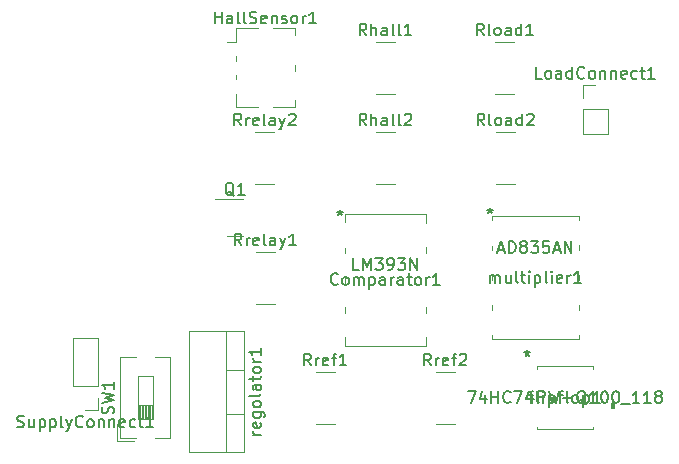
<source format=gbr>
%TF.GenerationSoftware,KiCad,Pcbnew,6.0.2+dfsg-1*%
%TF.CreationDate,2023-03-19T16:54:37+01:00*%
%TF.ProjectId,recruitment,72656372-7569-4746-9d65-6e742e6b6963,rev?*%
%TF.SameCoordinates,Original*%
%TF.FileFunction,Legend,Top*%
%TF.FilePolarity,Positive*%
%FSLAX46Y46*%
G04 Gerber Fmt 4.6, Leading zero omitted, Abs format (unit mm)*
G04 Created by KiCad (PCBNEW 6.0.2+dfsg-1) date 2023-03-19 16:54:37*
%MOMM*%
%LPD*%
G01*
G04 APERTURE LIST*
%ADD10C,0.150000*%
%ADD11C,0.120000*%
%ADD12C,0.100000*%
G04 APERTURE END LIST*
D10*
%TO.C,Rload2*%
X145561785Y-86172380D02*
X145228452Y-85696190D01*
X144990357Y-86172380D02*
X144990357Y-85172380D01*
X145371309Y-85172380D01*
X145466547Y-85220000D01*
X145514166Y-85267619D01*
X145561785Y-85362857D01*
X145561785Y-85505714D01*
X145514166Y-85600952D01*
X145466547Y-85648571D01*
X145371309Y-85696190D01*
X144990357Y-85696190D01*
X146133214Y-86172380D02*
X146037976Y-86124761D01*
X145990357Y-86029523D01*
X145990357Y-85172380D01*
X146657023Y-86172380D02*
X146561785Y-86124761D01*
X146514166Y-86077142D01*
X146466547Y-85981904D01*
X146466547Y-85696190D01*
X146514166Y-85600952D01*
X146561785Y-85553333D01*
X146657023Y-85505714D01*
X146799880Y-85505714D01*
X146895119Y-85553333D01*
X146942738Y-85600952D01*
X146990357Y-85696190D01*
X146990357Y-85981904D01*
X146942738Y-86077142D01*
X146895119Y-86124761D01*
X146799880Y-86172380D01*
X146657023Y-86172380D01*
X147847500Y-86172380D02*
X147847500Y-85648571D01*
X147799880Y-85553333D01*
X147704642Y-85505714D01*
X147514166Y-85505714D01*
X147418928Y-85553333D01*
X147847500Y-86124761D02*
X147752261Y-86172380D01*
X147514166Y-86172380D01*
X147418928Y-86124761D01*
X147371309Y-86029523D01*
X147371309Y-85934285D01*
X147418928Y-85839047D01*
X147514166Y-85791428D01*
X147752261Y-85791428D01*
X147847500Y-85743809D01*
X148752261Y-86172380D02*
X148752261Y-85172380D01*
X148752261Y-86124761D02*
X148657023Y-86172380D01*
X148466547Y-86172380D01*
X148371309Y-86124761D01*
X148323690Y-86077142D01*
X148276071Y-85981904D01*
X148276071Y-85696190D01*
X148323690Y-85600952D01*
X148371309Y-85553333D01*
X148466547Y-85505714D01*
X148657023Y-85505714D01*
X148752261Y-85553333D01*
X149180833Y-85267619D02*
X149228452Y-85220000D01*
X149323690Y-85172380D01*
X149561785Y-85172380D01*
X149657023Y-85220000D01*
X149704642Y-85267619D01*
X149752261Y-85362857D01*
X149752261Y-85458095D01*
X149704642Y-85600952D01*
X149133214Y-86172380D01*
X149752261Y-86172380D01*
%TO.C,Rhall2*%
X135564761Y-86172380D02*
X135231428Y-85696190D01*
X134993333Y-86172380D02*
X134993333Y-85172380D01*
X135374285Y-85172380D01*
X135469523Y-85220000D01*
X135517142Y-85267619D01*
X135564761Y-85362857D01*
X135564761Y-85505714D01*
X135517142Y-85600952D01*
X135469523Y-85648571D01*
X135374285Y-85696190D01*
X134993333Y-85696190D01*
X135993333Y-86172380D02*
X135993333Y-85172380D01*
X136421904Y-86172380D02*
X136421904Y-85648571D01*
X136374285Y-85553333D01*
X136279047Y-85505714D01*
X136136190Y-85505714D01*
X136040952Y-85553333D01*
X135993333Y-85600952D01*
X137326666Y-86172380D02*
X137326666Y-85648571D01*
X137279047Y-85553333D01*
X137183809Y-85505714D01*
X136993333Y-85505714D01*
X136898095Y-85553333D01*
X137326666Y-86124761D02*
X137231428Y-86172380D01*
X136993333Y-86172380D01*
X136898095Y-86124761D01*
X136850476Y-86029523D01*
X136850476Y-85934285D01*
X136898095Y-85839047D01*
X136993333Y-85791428D01*
X137231428Y-85791428D01*
X137326666Y-85743809D01*
X137945714Y-86172380D02*
X137850476Y-86124761D01*
X137802857Y-86029523D01*
X137802857Y-85172380D01*
X138469523Y-86172380D02*
X138374285Y-86124761D01*
X138326666Y-86029523D01*
X138326666Y-85172380D01*
X138802857Y-85267619D02*
X138850476Y-85220000D01*
X138945714Y-85172380D01*
X139183809Y-85172380D01*
X139279047Y-85220000D01*
X139326666Y-85267619D01*
X139374285Y-85362857D01*
X139374285Y-85458095D01*
X139326666Y-85600952D01*
X138755238Y-86172380D01*
X139374285Y-86172380D01*
%TO.C,LoadConnect1*%
X150416190Y-82212380D02*
X149940000Y-82212380D01*
X149940000Y-81212380D01*
X150892380Y-82212380D02*
X150797142Y-82164761D01*
X150749523Y-82117142D01*
X150701904Y-82021904D01*
X150701904Y-81736190D01*
X150749523Y-81640952D01*
X150797142Y-81593333D01*
X150892380Y-81545714D01*
X151035238Y-81545714D01*
X151130476Y-81593333D01*
X151178095Y-81640952D01*
X151225714Y-81736190D01*
X151225714Y-82021904D01*
X151178095Y-82117142D01*
X151130476Y-82164761D01*
X151035238Y-82212380D01*
X150892380Y-82212380D01*
X152082857Y-82212380D02*
X152082857Y-81688571D01*
X152035238Y-81593333D01*
X151940000Y-81545714D01*
X151749523Y-81545714D01*
X151654285Y-81593333D01*
X152082857Y-82164761D02*
X151987619Y-82212380D01*
X151749523Y-82212380D01*
X151654285Y-82164761D01*
X151606666Y-82069523D01*
X151606666Y-81974285D01*
X151654285Y-81879047D01*
X151749523Y-81831428D01*
X151987619Y-81831428D01*
X152082857Y-81783809D01*
X152987619Y-82212380D02*
X152987619Y-81212380D01*
X152987619Y-82164761D02*
X152892380Y-82212380D01*
X152701904Y-82212380D01*
X152606666Y-82164761D01*
X152559047Y-82117142D01*
X152511428Y-82021904D01*
X152511428Y-81736190D01*
X152559047Y-81640952D01*
X152606666Y-81593333D01*
X152701904Y-81545714D01*
X152892380Y-81545714D01*
X152987619Y-81593333D01*
X154035238Y-82117142D02*
X153987619Y-82164761D01*
X153844761Y-82212380D01*
X153749523Y-82212380D01*
X153606666Y-82164761D01*
X153511428Y-82069523D01*
X153463809Y-81974285D01*
X153416190Y-81783809D01*
X153416190Y-81640952D01*
X153463809Y-81450476D01*
X153511428Y-81355238D01*
X153606666Y-81260000D01*
X153749523Y-81212380D01*
X153844761Y-81212380D01*
X153987619Y-81260000D01*
X154035238Y-81307619D01*
X154606666Y-82212380D02*
X154511428Y-82164761D01*
X154463809Y-82117142D01*
X154416190Y-82021904D01*
X154416190Y-81736190D01*
X154463809Y-81640952D01*
X154511428Y-81593333D01*
X154606666Y-81545714D01*
X154749523Y-81545714D01*
X154844761Y-81593333D01*
X154892380Y-81640952D01*
X154940000Y-81736190D01*
X154940000Y-82021904D01*
X154892380Y-82117142D01*
X154844761Y-82164761D01*
X154749523Y-82212380D01*
X154606666Y-82212380D01*
X155368571Y-81545714D02*
X155368571Y-82212380D01*
X155368571Y-81640952D02*
X155416190Y-81593333D01*
X155511428Y-81545714D01*
X155654285Y-81545714D01*
X155749523Y-81593333D01*
X155797142Y-81688571D01*
X155797142Y-82212380D01*
X156273333Y-81545714D02*
X156273333Y-82212380D01*
X156273333Y-81640952D02*
X156320952Y-81593333D01*
X156416190Y-81545714D01*
X156559047Y-81545714D01*
X156654285Y-81593333D01*
X156701904Y-81688571D01*
X156701904Y-82212380D01*
X157559047Y-82164761D02*
X157463809Y-82212380D01*
X157273333Y-82212380D01*
X157178095Y-82164761D01*
X157130476Y-82069523D01*
X157130476Y-81688571D01*
X157178095Y-81593333D01*
X157273333Y-81545714D01*
X157463809Y-81545714D01*
X157559047Y-81593333D01*
X157606666Y-81688571D01*
X157606666Y-81783809D01*
X157130476Y-81879047D01*
X158463809Y-82164761D02*
X158368571Y-82212380D01*
X158178095Y-82212380D01*
X158082857Y-82164761D01*
X158035238Y-82117142D01*
X157987619Y-82021904D01*
X157987619Y-81736190D01*
X158035238Y-81640952D01*
X158082857Y-81593333D01*
X158178095Y-81545714D01*
X158368571Y-81545714D01*
X158463809Y-81593333D01*
X158749523Y-81545714D02*
X159130476Y-81545714D01*
X158892380Y-81212380D02*
X158892380Y-82069523D01*
X158940000Y-82164761D01*
X159035238Y-82212380D01*
X159130476Y-82212380D01*
X159987619Y-82212380D02*
X159416190Y-82212380D01*
X159701904Y-82212380D02*
X159701904Y-81212380D01*
X159606666Y-81355238D01*
X159511428Y-81450476D01*
X159416190Y-81498095D01*
%TO.C,Q1*%
X124364761Y-92127619D02*
X124269523Y-92080000D01*
X124174285Y-91984761D01*
X124031428Y-91841904D01*
X123936190Y-91794285D01*
X123840952Y-91794285D01*
X123888571Y-92032380D02*
X123793333Y-91984761D01*
X123698095Y-91889523D01*
X123650476Y-91699047D01*
X123650476Y-91365714D01*
X123698095Y-91175238D01*
X123793333Y-91080000D01*
X123888571Y-91032380D01*
X124079047Y-91032380D01*
X124174285Y-91080000D01*
X124269523Y-91175238D01*
X124317142Y-91365714D01*
X124317142Y-91699047D01*
X124269523Y-91889523D01*
X124174285Y-91984761D01*
X124079047Y-92032380D01*
X123888571Y-92032380D01*
X125269523Y-92032380D02*
X124698095Y-92032380D01*
X124983809Y-92032380D02*
X124983809Y-91032380D01*
X124888571Y-91175238D01*
X124793333Y-91270476D01*
X124698095Y-91318095D01*
%TO.C,SupplyConnect1*%
X105998095Y-111684761D02*
X106140952Y-111732380D01*
X106379047Y-111732380D01*
X106474285Y-111684761D01*
X106521904Y-111637142D01*
X106569523Y-111541904D01*
X106569523Y-111446666D01*
X106521904Y-111351428D01*
X106474285Y-111303809D01*
X106379047Y-111256190D01*
X106188571Y-111208571D01*
X106093333Y-111160952D01*
X106045714Y-111113333D01*
X105998095Y-111018095D01*
X105998095Y-110922857D01*
X106045714Y-110827619D01*
X106093333Y-110780000D01*
X106188571Y-110732380D01*
X106426666Y-110732380D01*
X106569523Y-110780000D01*
X107426666Y-111065714D02*
X107426666Y-111732380D01*
X106998095Y-111065714D02*
X106998095Y-111589523D01*
X107045714Y-111684761D01*
X107140952Y-111732380D01*
X107283809Y-111732380D01*
X107379047Y-111684761D01*
X107426666Y-111637142D01*
X107902857Y-111065714D02*
X107902857Y-112065714D01*
X107902857Y-111113333D02*
X107998095Y-111065714D01*
X108188571Y-111065714D01*
X108283809Y-111113333D01*
X108331428Y-111160952D01*
X108379047Y-111256190D01*
X108379047Y-111541904D01*
X108331428Y-111637142D01*
X108283809Y-111684761D01*
X108188571Y-111732380D01*
X107998095Y-111732380D01*
X107902857Y-111684761D01*
X108807619Y-111065714D02*
X108807619Y-112065714D01*
X108807619Y-111113333D02*
X108902857Y-111065714D01*
X109093333Y-111065714D01*
X109188571Y-111113333D01*
X109236190Y-111160952D01*
X109283809Y-111256190D01*
X109283809Y-111541904D01*
X109236190Y-111637142D01*
X109188571Y-111684761D01*
X109093333Y-111732380D01*
X108902857Y-111732380D01*
X108807619Y-111684761D01*
X109855238Y-111732380D02*
X109760000Y-111684761D01*
X109712380Y-111589523D01*
X109712380Y-110732380D01*
X110140952Y-111065714D02*
X110379047Y-111732380D01*
X110617142Y-111065714D02*
X110379047Y-111732380D01*
X110283809Y-111970476D01*
X110236190Y-112018095D01*
X110140952Y-112065714D01*
X111569523Y-111637142D02*
X111521904Y-111684761D01*
X111379047Y-111732380D01*
X111283809Y-111732380D01*
X111140952Y-111684761D01*
X111045714Y-111589523D01*
X110998095Y-111494285D01*
X110950476Y-111303809D01*
X110950476Y-111160952D01*
X110998095Y-110970476D01*
X111045714Y-110875238D01*
X111140952Y-110780000D01*
X111283809Y-110732380D01*
X111379047Y-110732380D01*
X111521904Y-110780000D01*
X111569523Y-110827619D01*
X112140952Y-111732380D02*
X112045714Y-111684761D01*
X111998095Y-111637142D01*
X111950476Y-111541904D01*
X111950476Y-111256190D01*
X111998095Y-111160952D01*
X112045714Y-111113333D01*
X112140952Y-111065714D01*
X112283809Y-111065714D01*
X112379047Y-111113333D01*
X112426666Y-111160952D01*
X112474285Y-111256190D01*
X112474285Y-111541904D01*
X112426666Y-111637142D01*
X112379047Y-111684761D01*
X112283809Y-111732380D01*
X112140952Y-111732380D01*
X112902857Y-111065714D02*
X112902857Y-111732380D01*
X112902857Y-111160952D02*
X112950476Y-111113333D01*
X113045714Y-111065714D01*
X113188571Y-111065714D01*
X113283809Y-111113333D01*
X113331428Y-111208571D01*
X113331428Y-111732380D01*
X113807619Y-111065714D02*
X113807619Y-111732380D01*
X113807619Y-111160952D02*
X113855238Y-111113333D01*
X113950476Y-111065714D01*
X114093333Y-111065714D01*
X114188571Y-111113333D01*
X114236190Y-111208571D01*
X114236190Y-111732380D01*
X115093333Y-111684761D02*
X114998095Y-111732380D01*
X114807619Y-111732380D01*
X114712380Y-111684761D01*
X114664761Y-111589523D01*
X114664761Y-111208571D01*
X114712380Y-111113333D01*
X114807619Y-111065714D01*
X114998095Y-111065714D01*
X115093333Y-111113333D01*
X115140952Y-111208571D01*
X115140952Y-111303809D01*
X114664761Y-111399047D01*
X115998095Y-111684761D02*
X115902857Y-111732380D01*
X115712380Y-111732380D01*
X115617142Y-111684761D01*
X115569523Y-111637142D01*
X115521904Y-111541904D01*
X115521904Y-111256190D01*
X115569523Y-111160952D01*
X115617142Y-111113333D01*
X115712380Y-111065714D01*
X115902857Y-111065714D01*
X115998095Y-111113333D01*
X116283809Y-111065714D02*
X116664761Y-111065714D01*
X116426666Y-110732380D02*
X116426666Y-111589523D01*
X116474285Y-111684761D01*
X116569523Y-111732380D01*
X116664761Y-111732380D01*
X117521904Y-111732380D02*
X116950476Y-111732380D01*
X117236190Y-111732380D02*
X117236190Y-110732380D01*
X117140952Y-110875238D01*
X117045714Y-110970476D01*
X116950476Y-111018095D01*
%TO.C,Rref2*%
X141049523Y-106492380D02*
X140716190Y-106016190D01*
X140478095Y-106492380D02*
X140478095Y-105492380D01*
X140859047Y-105492380D01*
X140954285Y-105540000D01*
X141001904Y-105587619D01*
X141049523Y-105682857D01*
X141049523Y-105825714D01*
X141001904Y-105920952D01*
X140954285Y-105968571D01*
X140859047Y-106016190D01*
X140478095Y-106016190D01*
X141478095Y-106492380D02*
X141478095Y-105825714D01*
X141478095Y-106016190D02*
X141525714Y-105920952D01*
X141573333Y-105873333D01*
X141668571Y-105825714D01*
X141763809Y-105825714D01*
X142478095Y-106444761D02*
X142382857Y-106492380D01*
X142192380Y-106492380D01*
X142097142Y-106444761D01*
X142049523Y-106349523D01*
X142049523Y-105968571D01*
X142097142Y-105873333D01*
X142192380Y-105825714D01*
X142382857Y-105825714D01*
X142478095Y-105873333D01*
X142525714Y-105968571D01*
X142525714Y-106063809D01*
X142049523Y-106159047D01*
X142811428Y-105825714D02*
X143192380Y-105825714D01*
X142954285Y-106492380D02*
X142954285Y-105635238D01*
X143001904Y-105540000D01*
X143097142Y-105492380D01*
X143192380Y-105492380D01*
X143478095Y-105587619D02*
X143525714Y-105540000D01*
X143620952Y-105492380D01*
X143859047Y-105492380D01*
X143954285Y-105540000D01*
X144001904Y-105587619D01*
X144049523Y-105682857D01*
X144049523Y-105778095D01*
X144001904Y-105920952D01*
X143430476Y-106492380D01*
X144049523Y-106492380D01*
%TO.C,HallSensor1*%
X122738095Y-77532380D02*
X122738095Y-76532380D01*
X122738095Y-77008571D02*
X123309523Y-77008571D01*
X123309523Y-77532380D02*
X123309523Y-76532380D01*
X124214285Y-77532380D02*
X124214285Y-77008571D01*
X124166666Y-76913333D01*
X124071428Y-76865714D01*
X123880952Y-76865714D01*
X123785714Y-76913333D01*
X124214285Y-77484761D02*
X124119047Y-77532380D01*
X123880952Y-77532380D01*
X123785714Y-77484761D01*
X123738095Y-77389523D01*
X123738095Y-77294285D01*
X123785714Y-77199047D01*
X123880952Y-77151428D01*
X124119047Y-77151428D01*
X124214285Y-77103809D01*
X124833333Y-77532380D02*
X124738095Y-77484761D01*
X124690476Y-77389523D01*
X124690476Y-76532380D01*
X125357142Y-77532380D02*
X125261904Y-77484761D01*
X125214285Y-77389523D01*
X125214285Y-76532380D01*
X125690476Y-77484761D02*
X125833333Y-77532380D01*
X126071428Y-77532380D01*
X126166666Y-77484761D01*
X126214285Y-77437142D01*
X126261904Y-77341904D01*
X126261904Y-77246666D01*
X126214285Y-77151428D01*
X126166666Y-77103809D01*
X126071428Y-77056190D01*
X125880952Y-77008571D01*
X125785714Y-76960952D01*
X125738095Y-76913333D01*
X125690476Y-76818095D01*
X125690476Y-76722857D01*
X125738095Y-76627619D01*
X125785714Y-76580000D01*
X125880952Y-76532380D01*
X126119047Y-76532380D01*
X126261904Y-76580000D01*
X127071428Y-77484761D02*
X126976190Y-77532380D01*
X126785714Y-77532380D01*
X126690476Y-77484761D01*
X126642857Y-77389523D01*
X126642857Y-77008571D01*
X126690476Y-76913333D01*
X126785714Y-76865714D01*
X126976190Y-76865714D01*
X127071428Y-76913333D01*
X127119047Y-77008571D01*
X127119047Y-77103809D01*
X126642857Y-77199047D01*
X127547619Y-76865714D02*
X127547619Y-77532380D01*
X127547619Y-76960952D02*
X127595238Y-76913333D01*
X127690476Y-76865714D01*
X127833333Y-76865714D01*
X127928571Y-76913333D01*
X127976190Y-77008571D01*
X127976190Y-77532380D01*
X128404761Y-77484761D02*
X128500000Y-77532380D01*
X128690476Y-77532380D01*
X128785714Y-77484761D01*
X128833333Y-77389523D01*
X128833333Y-77341904D01*
X128785714Y-77246666D01*
X128690476Y-77199047D01*
X128547619Y-77199047D01*
X128452380Y-77151428D01*
X128404761Y-77056190D01*
X128404761Y-77008571D01*
X128452380Y-76913333D01*
X128547619Y-76865714D01*
X128690476Y-76865714D01*
X128785714Y-76913333D01*
X129404761Y-77532380D02*
X129309523Y-77484761D01*
X129261904Y-77437142D01*
X129214285Y-77341904D01*
X129214285Y-77056190D01*
X129261904Y-76960952D01*
X129309523Y-76913333D01*
X129404761Y-76865714D01*
X129547619Y-76865714D01*
X129642857Y-76913333D01*
X129690476Y-76960952D01*
X129738095Y-77056190D01*
X129738095Y-77341904D01*
X129690476Y-77437142D01*
X129642857Y-77484761D01*
X129547619Y-77532380D01*
X129404761Y-77532380D01*
X130166666Y-77532380D02*
X130166666Y-76865714D01*
X130166666Y-77056190D02*
X130214285Y-76960952D01*
X130261904Y-76913333D01*
X130357142Y-76865714D01*
X130452380Y-76865714D01*
X131309523Y-77532380D02*
X130738095Y-77532380D01*
X131023809Y-77532380D02*
X131023809Y-76532380D01*
X130928571Y-76675238D01*
X130833333Y-76770476D01*
X130738095Y-76818095D01*
%TO.C,multiplier1*%
X146026666Y-99512380D02*
X146026666Y-98845714D01*
X146026666Y-98940952D02*
X146074285Y-98893333D01*
X146169523Y-98845714D01*
X146312380Y-98845714D01*
X146407619Y-98893333D01*
X146455238Y-98988571D01*
X146455238Y-99512380D01*
X146455238Y-98988571D02*
X146502857Y-98893333D01*
X146598095Y-98845714D01*
X146740952Y-98845714D01*
X146836190Y-98893333D01*
X146883809Y-98988571D01*
X146883809Y-99512380D01*
X147788571Y-98845714D02*
X147788571Y-99512380D01*
X147360000Y-98845714D02*
X147360000Y-99369523D01*
X147407619Y-99464761D01*
X147502857Y-99512380D01*
X147645714Y-99512380D01*
X147740952Y-99464761D01*
X147788571Y-99417142D01*
X148407619Y-99512380D02*
X148312380Y-99464761D01*
X148264761Y-99369523D01*
X148264761Y-98512380D01*
X148645714Y-98845714D02*
X149026666Y-98845714D01*
X148788571Y-98512380D02*
X148788571Y-99369523D01*
X148836190Y-99464761D01*
X148931428Y-99512380D01*
X149026666Y-99512380D01*
X149360000Y-99512380D02*
X149360000Y-98845714D01*
X149360000Y-98512380D02*
X149312380Y-98560000D01*
X149360000Y-98607619D01*
X149407619Y-98560000D01*
X149360000Y-98512380D01*
X149360000Y-98607619D01*
X149836190Y-98845714D02*
X149836190Y-99845714D01*
X149836190Y-98893333D02*
X149931428Y-98845714D01*
X150121904Y-98845714D01*
X150217142Y-98893333D01*
X150264761Y-98940952D01*
X150312380Y-99036190D01*
X150312380Y-99321904D01*
X150264761Y-99417142D01*
X150217142Y-99464761D01*
X150121904Y-99512380D01*
X149931428Y-99512380D01*
X149836190Y-99464761D01*
X150883809Y-99512380D02*
X150788571Y-99464761D01*
X150740952Y-99369523D01*
X150740952Y-98512380D01*
X151264761Y-99512380D02*
X151264761Y-98845714D01*
X151264761Y-98512380D02*
X151217142Y-98560000D01*
X151264761Y-98607619D01*
X151312380Y-98560000D01*
X151264761Y-98512380D01*
X151264761Y-98607619D01*
X152121904Y-99464761D02*
X152026666Y-99512380D01*
X151836190Y-99512380D01*
X151740952Y-99464761D01*
X151693333Y-99369523D01*
X151693333Y-98988571D01*
X151740952Y-98893333D01*
X151836190Y-98845714D01*
X152026666Y-98845714D01*
X152121904Y-98893333D01*
X152169523Y-98988571D01*
X152169523Y-99083809D01*
X151693333Y-99179047D01*
X152598095Y-99512380D02*
X152598095Y-98845714D01*
X152598095Y-99036190D02*
X152645714Y-98940952D01*
X152693333Y-98893333D01*
X152788571Y-98845714D01*
X152883809Y-98845714D01*
X153740952Y-99512380D02*
X153169523Y-99512380D01*
X153455238Y-99512380D02*
X153455238Y-98512380D01*
X153360000Y-98655238D01*
X153264761Y-98750476D01*
X153169523Y-98798095D01*
X146740952Y-96686666D02*
X147217142Y-96686666D01*
X146645714Y-96972380D02*
X146979047Y-95972380D01*
X147312380Y-96972380D01*
X147645714Y-96972380D02*
X147645714Y-95972380D01*
X147883809Y-95972380D01*
X148026666Y-96020000D01*
X148121904Y-96115238D01*
X148169523Y-96210476D01*
X148217142Y-96400952D01*
X148217142Y-96543809D01*
X148169523Y-96734285D01*
X148121904Y-96829523D01*
X148026666Y-96924761D01*
X147883809Y-96972380D01*
X147645714Y-96972380D01*
X148788571Y-96400952D02*
X148693333Y-96353333D01*
X148645714Y-96305714D01*
X148598095Y-96210476D01*
X148598095Y-96162857D01*
X148645714Y-96067619D01*
X148693333Y-96020000D01*
X148788571Y-95972380D01*
X148979047Y-95972380D01*
X149074285Y-96020000D01*
X149121904Y-96067619D01*
X149169523Y-96162857D01*
X149169523Y-96210476D01*
X149121904Y-96305714D01*
X149074285Y-96353333D01*
X148979047Y-96400952D01*
X148788571Y-96400952D01*
X148693333Y-96448571D01*
X148645714Y-96496190D01*
X148598095Y-96591428D01*
X148598095Y-96781904D01*
X148645714Y-96877142D01*
X148693333Y-96924761D01*
X148788571Y-96972380D01*
X148979047Y-96972380D01*
X149074285Y-96924761D01*
X149121904Y-96877142D01*
X149169523Y-96781904D01*
X149169523Y-96591428D01*
X149121904Y-96496190D01*
X149074285Y-96448571D01*
X148979047Y-96400952D01*
X149502857Y-95972380D02*
X150121904Y-95972380D01*
X149788571Y-96353333D01*
X149931428Y-96353333D01*
X150026666Y-96400952D01*
X150074285Y-96448571D01*
X150121904Y-96543809D01*
X150121904Y-96781904D01*
X150074285Y-96877142D01*
X150026666Y-96924761D01*
X149931428Y-96972380D01*
X149645714Y-96972380D01*
X149550476Y-96924761D01*
X149502857Y-96877142D01*
X151026666Y-95972380D02*
X150550476Y-95972380D01*
X150502857Y-96448571D01*
X150550476Y-96400952D01*
X150645714Y-96353333D01*
X150883809Y-96353333D01*
X150979047Y-96400952D01*
X151026666Y-96448571D01*
X151074285Y-96543809D01*
X151074285Y-96781904D01*
X151026666Y-96877142D01*
X150979047Y-96924761D01*
X150883809Y-96972380D01*
X150645714Y-96972380D01*
X150550476Y-96924761D01*
X150502857Y-96877142D01*
X151455238Y-96686666D02*
X151931428Y-96686666D01*
X151360000Y-96972380D02*
X151693333Y-95972380D01*
X152026666Y-96972380D01*
X152360000Y-96972380D02*
X152360000Y-95972380D01*
X152931428Y-96972380D01*
X152931428Y-95972380D01*
X146050000Y-93178380D02*
X146050000Y-93416476D01*
X145811904Y-93321238D02*
X146050000Y-93416476D01*
X146288095Y-93321238D01*
X145907142Y-93606952D02*
X146050000Y-93416476D01*
X146192857Y-93606952D01*
X146050000Y-93178380D02*
X146050000Y-93416476D01*
X145811904Y-93321238D02*
X146050000Y-93416476D01*
X146288095Y-93321238D01*
X145907142Y-93606952D02*
X146050000Y-93416476D01*
X146192857Y-93606952D01*
%TO.C,regolator1*%
X126642380Y-112364157D02*
X125975714Y-112364157D01*
X126166190Y-112364157D02*
X126070952Y-112316538D01*
X126023333Y-112268919D01*
X125975714Y-112173680D01*
X125975714Y-112078442D01*
X126594761Y-111364157D02*
X126642380Y-111459395D01*
X126642380Y-111649871D01*
X126594761Y-111745109D01*
X126499523Y-111792728D01*
X126118571Y-111792728D01*
X126023333Y-111745109D01*
X125975714Y-111649871D01*
X125975714Y-111459395D01*
X126023333Y-111364157D01*
X126118571Y-111316538D01*
X126213809Y-111316538D01*
X126309047Y-111792728D01*
X125975714Y-110459395D02*
X126785238Y-110459395D01*
X126880476Y-110507014D01*
X126928095Y-110554633D01*
X126975714Y-110649871D01*
X126975714Y-110792728D01*
X126928095Y-110887966D01*
X126594761Y-110459395D02*
X126642380Y-110554633D01*
X126642380Y-110745109D01*
X126594761Y-110840347D01*
X126547142Y-110887966D01*
X126451904Y-110935585D01*
X126166190Y-110935585D01*
X126070952Y-110887966D01*
X126023333Y-110840347D01*
X125975714Y-110745109D01*
X125975714Y-110554633D01*
X126023333Y-110459395D01*
X126642380Y-109840347D02*
X126594761Y-109935585D01*
X126547142Y-109983204D01*
X126451904Y-110030823D01*
X126166190Y-110030823D01*
X126070952Y-109983204D01*
X126023333Y-109935585D01*
X125975714Y-109840347D01*
X125975714Y-109697490D01*
X126023333Y-109602252D01*
X126070952Y-109554633D01*
X126166190Y-109507014D01*
X126451904Y-109507014D01*
X126547142Y-109554633D01*
X126594761Y-109602252D01*
X126642380Y-109697490D01*
X126642380Y-109840347D01*
X126642380Y-108935585D02*
X126594761Y-109030823D01*
X126499523Y-109078442D01*
X125642380Y-109078442D01*
X126642380Y-108126061D02*
X126118571Y-108126061D01*
X126023333Y-108173680D01*
X125975714Y-108268919D01*
X125975714Y-108459395D01*
X126023333Y-108554633D01*
X126594761Y-108126061D02*
X126642380Y-108221300D01*
X126642380Y-108459395D01*
X126594761Y-108554633D01*
X126499523Y-108602252D01*
X126404285Y-108602252D01*
X126309047Y-108554633D01*
X126261428Y-108459395D01*
X126261428Y-108221300D01*
X126213809Y-108126061D01*
X125975714Y-107792728D02*
X125975714Y-107411776D01*
X125642380Y-107649871D02*
X126499523Y-107649871D01*
X126594761Y-107602252D01*
X126642380Y-107507014D01*
X126642380Y-107411776D01*
X126642380Y-106935585D02*
X126594761Y-107030823D01*
X126547142Y-107078442D01*
X126451904Y-107126061D01*
X126166190Y-107126061D01*
X126070952Y-107078442D01*
X126023333Y-107030823D01*
X125975714Y-106935585D01*
X125975714Y-106792728D01*
X126023333Y-106697490D01*
X126070952Y-106649871D01*
X126166190Y-106602252D01*
X126451904Y-106602252D01*
X126547142Y-106649871D01*
X126594761Y-106697490D01*
X126642380Y-106792728D01*
X126642380Y-106935585D01*
X126642380Y-106173680D02*
X125975714Y-106173680D01*
X126166190Y-106173680D02*
X126070952Y-106126061D01*
X126023333Y-106078442D01*
X125975714Y-105983204D01*
X125975714Y-105887966D01*
X126642380Y-105030823D02*
X126642380Y-105602252D01*
X126642380Y-105316538D02*
X125642380Y-105316538D01*
X125785238Y-105411776D01*
X125880476Y-105507014D01*
X125928095Y-105602252D01*
%TO.C,Rref1*%
X130889523Y-106492380D02*
X130556190Y-106016190D01*
X130318095Y-106492380D02*
X130318095Y-105492380D01*
X130699047Y-105492380D01*
X130794285Y-105540000D01*
X130841904Y-105587619D01*
X130889523Y-105682857D01*
X130889523Y-105825714D01*
X130841904Y-105920952D01*
X130794285Y-105968571D01*
X130699047Y-106016190D01*
X130318095Y-106016190D01*
X131318095Y-106492380D02*
X131318095Y-105825714D01*
X131318095Y-106016190D02*
X131365714Y-105920952D01*
X131413333Y-105873333D01*
X131508571Y-105825714D01*
X131603809Y-105825714D01*
X132318095Y-106444761D02*
X132222857Y-106492380D01*
X132032380Y-106492380D01*
X131937142Y-106444761D01*
X131889523Y-106349523D01*
X131889523Y-105968571D01*
X131937142Y-105873333D01*
X132032380Y-105825714D01*
X132222857Y-105825714D01*
X132318095Y-105873333D01*
X132365714Y-105968571D01*
X132365714Y-106063809D01*
X131889523Y-106159047D01*
X132651428Y-105825714D02*
X133032380Y-105825714D01*
X132794285Y-106492380D02*
X132794285Y-105635238D01*
X132841904Y-105540000D01*
X132937142Y-105492380D01*
X133032380Y-105492380D01*
X133889523Y-106492380D02*
X133318095Y-106492380D01*
X133603809Y-106492380D02*
X133603809Y-105492380D01*
X133508571Y-105635238D01*
X133413333Y-105730476D01*
X133318095Y-105778095D01*
%TO.C,Rhall1*%
X135564761Y-78552380D02*
X135231428Y-78076190D01*
X134993333Y-78552380D02*
X134993333Y-77552380D01*
X135374285Y-77552380D01*
X135469523Y-77600000D01*
X135517142Y-77647619D01*
X135564761Y-77742857D01*
X135564761Y-77885714D01*
X135517142Y-77980952D01*
X135469523Y-78028571D01*
X135374285Y-78076190D01*
X134993333Y-78076190D01*
X135993333Y-78552380D02*
X135993333Y-77552380D01*
X136421904Y-78552380D02*
X136421904Y-78028571D01*
X136374285Y-77933333D01*
X136279047Y-77885714D01*
X136136190Y-77885714D01*
X136040952Y-77933333D01*
X135993333Y-77980952D01*
X137326666Y-78552380D02*
X137326666Y-78028571D01*
X137279047Y-77933333D01*
X137183809Y-77885714D01*
X136993333Y-77885714D01*
X136898095Y-77933333D01*
X137326666Y-78504761D02*
X137231428Y-78552380D01*
X136993333Y-78552380D01*
X136898095Y-78504761D01*
X136850476Y-78409523D01*
X136850476Y-78314285D01*
X136898095Y-78219047D01*
X136993333Y-78171428D01*
X137231428Y-78171428D01*
X137326666Y-78123809D01*
X137945714Y-78552380D02*
X137850476Y-78504761D01*
X137802857Y-78409523D01*
X137802857Y-77552380D01*
X138469523Y-78552380D02*
X138374285Y-78504761D01*
X138326666Y-78409523D01*
X138326666Y-77552380D01*
X139374285Y-78552380D02*
X138802857Y-78552380D01*
X139088571Y-78552380D02*
X139088571Y-77552380D01*
X138993333Y-77695238D01*
X138898095Y-77790476D01*
X138802857Y-77838095D01*
%TO.C,flipflop1*%
X149328571Y-109005714D02*
X149709523Y-109005714D01*
X149471428Y-109672380D02*
X149471428Y-108815238D01*
X149519047Y-108720000D01*
X149614285Y-108672380D01*
X149709523Y-108672380D01*
X150185714Y-109672380D02*
X150090476Y-109624761D01*
X150042857Y-109529523D01*
X150042857Y-108672380D01*
X150566666Y-109672380D02*
X150566666Y-109005714D01*
X150566666Y-108672380D02*
X150519047Y-108720000D01*
X150566666Y-108767619D01*
X150614285Y-108720000D01*
X150566666Y-108672380D01*
X150566666Y-108767619D01*
X151042857Y-109005714D02*
X151042857Y-110005714D01*
X151042857Y-109053333D02*
X151138095Y-109005714D01*
X151328571Y-109005714D01*
X151423809Y-109053333D01*
X151471428Y-109100952D01*
X151519047Y-109196190D01*
X151519047Y-109481904D01*
X151471428Y-109577142D01*
X151423809Y-109624761D01*
X151328571Y-109672380D01*
X151138095Y-109672380D01*
X151042857Y-109624761D01*
X151804761Y-109005714D02*
X152185714Y-109005714D01*
X151947619Y-109672380D02*
X151947619Y-108815238D01*
X151995238Y-108720000D01*
X152090476Y-108672380D01*
X152185714Y-108672380D01*
X152661904Y-109672380D02*
X152566666Y-109624761D01*
X152519047Y-109529523D01*
X152519047Y-108672380D01*
X153185714Y-109672380D02*
X153090476Y-109624761D01*
X153042857Y-109577142D01*
X152995238Y-109481904D01*
X152995238Y-109196190D01*
X153042857Y-109100952D01*
X153090476Y-109053333D01*
X153185714Y-109005714D01*
X153328571Y-109005714D01*
X153423809Y-109053333D01*
X153471428Y-109100952D01*
X153519047Y-109196190D01*
X153519047Y-109481904D01*
X153471428Y-109577142D01*
X153423809Y-109624761D01*
X153328571Y-109672380D01*
X153185714Y-109672380D01*
X153947619Y-109005714D02*
X153947619Y-110005714D01*
X153947619Y-109053333D02*
X154042857Y-109005714D01*
X154233333Y-109005714D01*
X154328571Y-109053333D01*
X154376190Y-109100952D01*
X154423809Y-109196190D01*
X154423809Y-109481904D01*
X154376190Y-109577142D01*
X154328571Y-109624761D01*
X154233333Y-109672380D01*
X154042857Y-109672380D01*
X153947619Y-109624761D01*
X155376190Y-109672380D02*
X154804761Y-109672380D01*
X155090476Y-109672380D02*
X155090476Y-108672380D01*
X154995238Y-108815238D01*
X154900000Y-108910476D01*
X154804761Y-108958095D01*
X144161904Y-108672380D02*
X144828571Y-108672380D01*
X144400000Y-109672380D01*
X145638095Y-109005714D02*
X145638095Y-109672380D01*
X145400000Y-108624761D02*
X145161904Y-109339047D01*
X145780952Y-109339047D01*
X146161904Y-109672380D02*
X146161904Y-108672380D01*
X146161904Y-109148571D02*
X146733333Y-109148571D01*
X146733333Y-109672380D02*
X146733333Y-108672380D01*
X147780952Y-109577142D02*
X147733333Y-109624761D01*
X147590476Y-109672380D01*
X147495238Y-109672380D01*
X147352380Y-109624761D01*
X147257142Y-109529523D01*
X147209523Y-109434285D01*
X147161904Y-109243809D01*
X147161904Y-109100952D01*
X147209523Y-108910476D01*
X147257142Y-108815238D01*
X147352380Y-108720000D01*
X147495238Y-108672380D01*
X147590476Y-108672380D01*
X147733333Y-108720000D01*
X147780952Y-108767619D01*
X148114285Y-108672380D02*
X148780952Y-108672380D01*
X148352380Y-109672380D01*
X149590476Y-109005714D02*
X149590476Y-109672380D01*
X149352380Y-108624761D02*
X149114285Y-109339047D01*
X149733333Y-109339047D01*
X150114285Y-109672380D02*
X150114285Y-108672380D01*
X150495238Y-108672380D01*
X150590476Y-108720000D01*
X150638095Y-108767619D01*
X150685714Y-108862857D01*
X150685714Y-109005714D01*
X150638095Y-109100952D01*
X150590476Y-109148571D01*
X150495238Y-109196190D01*
X150114285Y-109196190D01*
X151019047Y-108672380D02*
X151257142Y-109672380D01*
X151447619Y-108958095D01*
X151638095Y-109672380D01*
X151876190Y-108672380D01*
X152257142Y-109291428D02*
X153019047Y-109291428D01*
X154161904Y-109767619D02*
X154066666Y-109720000D01*
X153971428Y-109624761D01*
X153828571Y-109481904D01*
X153733333Y-109434285D01*
X153638095Y-109434285D01*
X153685714Y-109672380D02*
X153590476Y-109624761D01*
X153495238Y-109529523D01*
X153447619Y-109339047D01*
X153447619Y-109005714D01*
X153495238Y-108815238D01*
X153590476Y-108720000D01*
X153685714Y-108672380D01*
X153876190Y-108672380D01*
X153971428Y-108720000D01*
X154066666Y-108815238D01*
X154114285Y-109005714D01*
X154114285Y-109339047D01*
X154066666Y-109529523D01*
X153971428Y-109624761D01*
X153876190Y-109672380D01*
X153685714Y-109672380D01*
X155066666Y-109672380D02*
X154495238Y-109672380D01*
X154780952Y-109672380D02*
X154780952Y-108672380D01*
X154685714Y-108815238D01*
X154590476Y-108910476D01*
X154495238Y-108958095D01*
X155685714Y-108672380D02*
X155780952Y-108672380D01*
X155876190Y-108720000D01*
X155923809Y-108767619D01*
X155971428Y-108862857D01*
X156019047Y-109053333D01*
X156019047Y-109291428D01*
X155971428Y-109481904D01*
X155923809Y-109577142D01*
X155876190Y-109624761D01*
X155780952Y-109672380D01*
X155685714Y-109672380D01*
X155590476Y-109624761D01*
X155542857Y-109577142D01*
X155495238Y-109481904D01*
X155447619Y-109291428D01*
X155447619Y-109053333D01*
X155495238Y-108862857D01*
X155542857Y-108767619D01*
X155590476Y-108720000D01*
X155685714Y-108672380D01*
X156638095Y-108672380D02*
X156733333Y-108672380D01*
X156828571Y-108720000D01*
X156876190Y-108767619D01*
X156923809Y-108862857D01*
X156971428Y-109053333D01*
X156971428Y-109291428D01*
X156923809Y-109481904D01*
X156876190Y-109577142D01*
X156828571Y-109624761D01*
X156733333Y-109672380D01*
X156638095Y-109672380D01*
X156542857Y-109624761D01*
X156495238Y-109577142D01*
X156447619Y-109481904D01*
X156400000Y-109291428D01*
X156400000Y-109053333D01*
X156447619Y-108862857D01*
X156495238Y-108767619D01*
X156542857Y-108720000D01*
X156638095Y-108672380D01*
X157161904Y-109767619D02*
X157923809Y-109767619D01*
X158685714Y-109672380D02*
X158114285Y-109672380D01*
X158400000Y-109672380D02*
X158400000Y-108672380D01*
X158304761Y-108815238D01*
X158209523Y-108910476D01*
X158114285Y-108958095D01*
X159638095Y-109672380D02*
X159066666Y-109672380D01*
X159352380Y-109672380D02*
X159352380Y-108672380D01*
X159257142Y-108815238D01*
X159161904Y-108910476D01*
X159066666Y-108958095D01*
X160209523Y-109100952D02*
X160114285Y-109053333D01*
X160066666Y-109005714D01*
X160019047Y-108910476D01*
X160019047Y-108862857D01*
X160066666Y-108767619D01*
X160114285Y-108720000D01*
X160209523Y-108672380D01*
X160400000Y-108672380D01*
X160495238Y-108720000D01*
X160542857Y-108767619D01*
X160590476Y-108862857D01*
X160590476Y-108910476D01*
X160542857Y-109005714D01*
X160495238Y-109053333D01*
X160400000Y-109100952D01*
X160209523Y-109100952D01*
X160114285Y-109148571D01*
X160066666Y-109196190D01*
X160019047Y-109291428D01*
X160019047Y-109481904D01*
X160066666Y-109577142D01*
X160114285Y-109624761D01*
X160209523Y-109672380D01*
X160400000Y-109672380D01*
X160495238Y-109624761D01*
X160542857Y-109577142D01*
X160590476Y-109481904D01*
X160590476Y-109291428D01*
X160542857Y-109196190D01*
X160495238Y-109148571D01*
X160400000Y-109100952D01*
X149193250Y-105223780D02*
X149193250Y-105461876D01*
X148955154Y-105366638D02*
X149193250Y-105461876D01*
X149431345Y-105366638D01*
X149050392Y-105652352D02*
X149193250Y-105461876D01*
X149336107Y-105652352D01*
X149193250Y-105223780D02*
X149193250Y-105461876D01*
X148955154Y-105366638D02*
X149193250Y-105461876D01*
X149431345Y-105366638D01*
X149050392Y-105652352D02*
X149193250Y-105461876D01*
X149336107Y-105652352D01*
%TO.C,Rload1*%
X145506785Y-78552380D02*
X145173452Y-78076190D01*
X144935357Y-78552380D02*
X144935357Y-77552380D01*
X145316309Y-77552380D01*
X145411547Y-77600000D01*
X145459166Y-77647619D01*
X145506785Y-77742857D01*
X145506785Y-77885714D01*
X145459166Y-77980952D01*
X145411547Y-78028571D01*
X145316309Y-78076190D01*
X144935357Y-78076190D01*
X146078214Y-78552380D02*
X145982976Y-78504761D01*
X145935357Y-78409523D01*
X145935357Y-77552380D01*
X146602023Y-78552380D02*
X146506785Y-78504761D01*
X146459166Y-78457142D01*
X146411547Y-78361904D01*
X146411547Y-78076190D01*
X146459166Y-77980952D01*
X146506785Y-77933333D01*
X146602023Y-77885714D01*
X146744880Y-77885714D01*
X146840119Y-77933333D01*
X146887738Y-77980952D01*
X146935357Y-78076190D01*
X146935357Y-78361904D01*
X146887738Y-78457142D01*
X146840119Y-78504761D01*
X146744880Y-78552380D01*
X146602023Y-78552380D01*
X147792500Y-78552380D02*
X147792500Y-78028571D01*
X147744880Y-77933333D01*
X147649642Y-77885714D01*
X147459166Y-77885714D01*
X147363928Y-77933333D01*
X147792500Y-78504761D02*
X147697261Y-78552380D01*
X147459166Y-78552380D01*
X147363928Y-78504761D01*
X147316309Y-78409523D01*
X147316309Y-78314285D01*
X147363928Y-78219047D01*
X147459166Y-78171428D01*
X147697261Y-78171428D01*
X147792500Y-78123809D01*
X148697261Y-78552380D02*
X148697261Y-77552380D01*
X148697261Y-78504761D02*
X148602023Y-78552380D01*
X148411547Y-78552380D01*
X148316309Y-78504761D01*
X148268690Y-78457142D01*
X148221071Y-78361904D01*
X148221071Y-78076190D01*
X148268690Y-77980952D01*
X148316309Y-77933333D01*
X148411547Y-77885714D01*
X148602023Y-77885714D01*
X148697261Y-77933333D01*
X149697261Y-78552380D02*
X149125833Y-78552380D01*
X149411547Y-78552380D02*
X149411547Y-77552380D01*
X149316309Y-77695238D01*
X149221071Y-77790476D01*
X149125833Y-77838095D01*
%TO.C,SW1*%
X114134761Y-110553333D02*
X114182380Y-110410476D01*
X114182380Y-110172380D01*
X114134761Y-110077142D01*
X114087142Y-110029523D01*
X113991904Y-109981904D01*
X113896666Y-109981904D01*
X113801428Y-110029523D01*
X113753809Y-110077142D01*
X113706190Y-110172380D01*
X113658571Y-110362857D01*
X113610952Y-110458095D01*
X113563333Y-110505714D01*
X113468095Y-110553333D01*
X113372857Y-110553333D01*
X113277619Y-110505714D01*
X113230000Y-110458095D01*
X113182380Y-110362857D01*
X113182380Y-110124761D01*
X113230000Y-109981904D01*
X113182380Y-109648571D02*
X114182380Y-109410476D01*
X113468095Y-109220000D01*
X114182380Y-109029523D01*
X113182380Y-108791428D01*
X114182380Y-107886666D02*
X114182380Y-108458095D01*
X114182380Y-108172380D02*
X113182380Y-108172380D01*
X113325238Y-108267619D01*
X113420476Y-108362857D01*
X113468095Y-108458095D01*
%TO.C,Comparator1*%
X133160000Y-99586642D02*
X133112380Y-99634261D01*
X132969523Y-99681880D01*
X132874285Y-99681880D01*
X132731428Y-99634261D01*
X132636190Y-99539023D01*
X132588571Y-99443785D01*
X132540952Y-99253309D01*
X132540952Y-99110452D01*
X132588571Y-98919976D01*
X132636190Y-98824738D01*
X132731428Y-98729500D01*
X132874285Y-98681880D01*
X132969523Y-98681880D01*
X133112380Y-98729500D01*
X133160000Y-98777119D01*
X133731428Y-99681880D02*
X133636190Y-99634261D01*
X133588571Y-99586642D01*
X133540952Y-99491404D01*
X133540952Y-99205690D01*
X133588571Y-99110452D01*
X133636190Y-99062833D01*
X133731428Y-99015214D01*
X133874285Y-99015214D01*
X133969523Y-99062833D01*
X134017142Y-99110452D01*
X134064761Y-99205690D01*
X134064761Y-99491404D01*
X134017142Y-99586642D01*
X133969523Y-99634261D01*
X133874285Y-99681880D01*
X133731428Y-99681880D01*
X134493333Y-99681880D02*
X134493333Y-99015214D01*
X134493333Y-99110452D02*
X134540952Y-99062833D01*
X134636190Y-99015214D01*
X134779047Y-99015214D01*
X134874285Y-99062833D01*
X134921904Y-99158071D01*
X134921904Y-99681880D01*
X134921904Y-99158071D02*
X134969523Y-99062833D01*
X135064761Y-99015214D01*
X135207619Y-99015214D01*
X135302857Y-99062833D01*
X135350476Y-99158071D01*
X135350476Y-99681880D01*
X135826666Y-99015214D02*
X135826666Y-100015214D01*
X135826666Y-99062833D02*
X135921904Y-99015214D01*
X136112380Y-99015214D01*
X136207619Y-99062833D01*
X136255238Y-99110452D01*
X136302857Y-99205690D01*
X136302857Y-99491404D01*
X136255238Y-99586642D01*
X136207619Y-99634261D01*
X136112380Y-99681880D01*
X135921904Y-99681880D01*
X135826666Y-99634261D01*
X137160000Y-99681880D02*
X137160000Y-99158071D01*
X137112380Y-99062833D01*
X137017142Y-99015214D01*
X136826666Y-99015214D01*
X136731428Y-99062833D01*
X137160000Y-99634261D02*
X137064761Y-99681880D01*
X136826666Y-99681880D01*
X136731428Y-99634261D01*
X136683809Y-99539023D01*
X136683809Y-99443785D01*
X136731428Y-99348547D01*
X136826666Y-99300928D01*
X137064761Y-99300928D01*
X137160000Y-99253309D01*
X137636190Y-99681880D02*
X137636190Y-99015214D01*
X137636190Y-99205690D02*
X137683809Y-99110452D01*
X137731428Y-99062833D01*
X137826666Y-99015214D01*
X137921904Y-99015214D01*
X138683809Y-99681880D02*
X138683809Y-99158071D01*
X138636190Y-99062833D01*
X138540952Y-99015214D01*
X138350476Y-99015214D01*
X138255238Y-99062833D01*
X138683809Y-99634261D02*
X138588571Y-99681880D01*
X138350476Y-99681880D01*
X138255238Y-99634261D01*
X138207619Y-99539023D01*
X138207619Y-99443785D01*
X138255238Y-99348547D01*
X138350476Y-99300928D01*
X138588571Y-99300928D01*
X138683809Y-99253309D01*
X139017142Y-99015214D02*
X139398095Y-99015214D01*
X139160000Y-98681880D02*
X139160000Y-99539023D01*
X139207619Y-99634261D01*
X139302857Y-99681880D01*
X139398095Y-99681880D01*
X139874285Y-99681880D02*
X139779047Y-99634261D01*
X139731428Y-99586642D01*
X139683809Y-99491404D01*
X139683809Y-99205690D01*
X139731428Y-99110452D01*
X139779047Y-99062833D01*
X139874285Y-99015214D01*
X140017142Y-99015214D01*
X140112380Y-99062833D01*
X140160000Y-99110452D01*
X140207619Y-99205690D01*
X140207619Y-99491404D01*
X140160000Y-99586642D01*
X140112380Y-99634261D01*
X140017142Y-99681880D01*
X139874285Y-99681880D01*
X140636190Y-99681880D02*
X140636190Y-99015214D01*
X140636190Y-99205690D02*
X140683809Y-99110452D01*
X140731428Y-99062833D01*
X140826666Y-99015214D01*
X140921904Y-99015214D01*
X141779047Y-99681880D02*
X141207619Y-99681880D01*
X141493333Y-99681880D02*
X141493333Y-98681880D01*
X141398095Y-98824738D01*
X141302857Y-98919976D01*
X141207619Y-98967595D01*
X134945714Y-98411880D02*
X134469523Y-98411880D01*
X134469523Y-97411880D01*
X135279047Y-98411880D02*
X135279047Y-97411880D01*
X135612380Y-98126166D01*
X135945714Y-97411880D01*
X135945714Y-98411880D01*
X136326666Y-97411880D02*
X136945714Y-97411880D01*
X136612380Y-97792833D01*
X136755238Y-97792833D01*
X136850476Y-97840452D01*
X136898095Y-97888071D01*
X136945714Y-97983309D01*
X136945714Y-98221404D01*
X136898095Y-98316642D01*
X136850476Y-98364261D01*
X136755238Y-98411880D01*
X136469523Y-98411880D01*
X136374285Y-98364261D01*
X136326666Y-98316642D01*
X137421904Y-98411880D02*
X137612380Y-98411880D01*
X137707619Y-98364261D01*
X137755238Y-98316642D01*
X137850476Y-98173785D01*
X137898095Y-97983309D01*
X137898095Y-97602357D01*
X137850476Y-97507119D01*
X137802857Y-97459500D01*
X137707619Y-97411880D01*
X137517142Y-97411880D01*
X137421904Y-97459500D01*
X137374285Y-97507119D01*
X137326666Y-97602357D01*
X137326666Y-97840452D01*
X137374285Y-97935690D01*
X137421904Y-97983309D01*
X137517142Y-98030928D01*
X137707619Y-98030928D01*
X137802857Y-97983309D01*
X137850476Y-97935690D01*
X137898095Y-97840452D01*
X138231428Y-97411880D02*
X138850476Y-97411880D01*
X138517142Y-97792833D01*
X138660000Y-97792833D01*
X138755238Y-97840452D01*
X138802857Y-97888071D01*
X138850476Y-97983309D01*
X138850476Y-98221404D01*
X138802857Y-98316642D01*
X138755238Y-98364261D01*
X138660000Y-98411880D01*
X138374285Y-98411880D01*
X138279047Y-98364261D01*
X138231428Y-98316642D01*
X139279047Y-98411880D02*
X139279047Y-97411880D01*
X139850476Y-98411880D01*
X139850476Y-97411880D01*
X133350000Y-93347880D02*
X133350000Y-93585976D01*
X133111904Y-93490738D02*
X133350000Y-93585976D01*
X133588095Y-93490738D01*
X133207142Y-93776452D02*
X133350000Y-93585976D01*
X133492857Y-93776452D01*
X133350000Y-93347880D02*
X133350000Y-93585976D01*
X133111904Y-93490738D02*
X133350000Y-93585976D01*
X133588095Y-93490738D01*
X133207142Y-93776452D02*
X133350000Y-93585976D01*
X133492857Y-93776452D01*
%TO.C,Rrelay2*%
X124972500Y-86172380D02*
X124639166Y-85696190D01*
X124401071Y-86172380D02*
X124401071Y-85172380D01*
X124782023Y-85172380D01*
X124877261Y-85220000D01*
X124924880Y-85267619D01*
X124972500Y-85362857D01*
X124972500Y-85505714D01*
X124924880Y-85600952D01*
X124877261Y-85648571D01*
X124782023Y-85696190D01*
X124401071Y-85696190D01*
X125401071Y-86172380D02*
X125401071Y-85505714D01*
X125401071Y-85696190D02*
X125448690Y-85600952D01*
X125496309Y-85553333D01*
X125591547Y-85505714D01*
X125686785Y-85505714D01*
X126401071Y-86124761D02*
X126305833Y-86172380D01*
X126115357Y-86172380D01*
X126020119Y-86124761D01*
X125972500Y-86029523D01*
X125972500Y-85648571D01*
X126020119Y-85553333D01*
X126115357Y-85505714D01*
X126305833Y-85505714D01*
X126401071Y-85553333D01*
X126448690Y-85648571D01*
X126448690Y-85743809D01*
X125972500Y-85839047D01*
X127020119Y-86172380D02*
X126924880Y-86124761D01*
X126877261Y-86029523D01*
X126877261Y-85172380D01*
X127829642Y-86172380D02*
X127829642Y-85648571D01*
X127782023Y-85553333D01*
X127686785Y-85505714D01*
X127496309Y-85505714D01*
X127401071Y-85553333D01*
X127829642Y-86124761D02*
X127734404Y-86172380D01*
X127496309Y-86172380D01*
X127401071Y-86124761D01*
X127353452Y-86029523D01*
X127353452Y-85934285D01*
X127401071Y-85839047D01*
X127496309Y-85791428D01*
X127734404Y-85791428D01*
X127829642Y-85743809D01*
X128210595Y-85505714D02*
X128448690Y-86172380D01*
X128686785Y-85505714D02*
X128448690Y-86172380D01*
X128353452Y-86410476D01*
X128305833Y-86458095D01*
X128210595Y-86505714D01*
X129020119Y-85267619D02*
X129067738Y-85220000D01*
X129162976Y-85172380D01*
X129401071Y-85172380D01*
X129496309Y-85220000D01*
X129543928Y-85267619D01*
X129591547Y-85362857D01*
X129591547Y-85458095D01*
X129543928Y-85600952D01*
X128972500Y-86172380D01*
X129591547Y-86172380D01*
%TO.C,Rrelay1*%
X125000000Y-96332380D02*
X124666666Y-95856190D01*
X124428571Y-96332380D02*
X124428571Y-95332380D01*
X124809523Y-95332380D01*
X124904761Y-95380000D01*
X124952380Y-95427619D01*
X125000000Y-95522857D01*
X125000000Y-95665714D01*
X124952380Y-95760952D01*
X124904761Y-95808571D01*
X124809523Y-95856190D01*
X124428571Y-95856190D01*
X125428571Y-96332380D02*
X125428571Y-95665714D01*
X125428571Y-95856190D02*
X125476190Y-95760952D01*
X125523809Y-95713333D01*
X125619047Y-95665714D01*
X125714285Y-95665714D01*
X126428571Y-96284761D02*
X126333333Y-96332380D01*
X126142857Y-96332380D01*
X126047619Y-96284761D01*
X126000000Y-96189523D01*
X126000000Y-95808571D01*
X126047619Y-95713333D01*
X126142857Y-95665714D01*
X126333333Y-95665714D01*
X126428571Y-95713333D01*
X126476190Y-95808571D01*
X126476190Y-95903809D01*
X126000000Y-95999047D01*
X127047619Y-96332380D02*
X126952380Y-96284761D01*
X126904761Y-96189523D01*
X126904761Y-95332380D01*
X127857142Y-96332380D02*
X127857142Y-95808571D01*
X127809523Y-95713333D01*
X127714285Y-95665714D01*
X127523809Y-95665714D01*
X127428571Y-95713333D01*
X127857142Y-96284761D02*
X127761904Y-96332380D01*
X127523809Y-96332380D01*
X127428571Y-96284761D01*
X127380952Y-96189523D01*
X127380952Y-96094285D01*
X127428571Y-95999047D01*
X127523809Y-95951428D01*
X127761904Y-95951428D01*
X127857142Y-95903809D01*
X128238095Y-95665714D02*
X128476190Y-96332380D01*
X128714285Y-95665714D02*
X128476190Y-96332380D01*
X128380952Y-96570476D01*
X128333333Y-96618095D01*
X128238095Y-96665714D01*
X129619047Y-96332380D02*
X129047619Y-96332380D01*
X129333333Y-96332380D02*
X129333333Y-95332380D01*
X129238095Y-95475238D01*
X129142857Y-95570476D01*
X129047619Y-95618095D01*
D11*
%TO.C,Rload2*%
X146550131Y-86690000D02*
X148144869Y-86690000D01*
X146550131Y-91110000D02*
X148144869Y-91110000D01*
%TO.C,Rhall2*%
X136362631Y-86690000D02*
X137957369Y-86690000D01*
X136362631Y-91110000D02*
X137957369Y-91110000D01*
%TO.C,LoadConnect1*%
X153880000Y-86880000D02*
X156000000Y-86880000D01*
X156000000Y-84820000D02*
X156000000Y-86880000D01*
X153880000Y-82760000D02*
X154940000Y-82760000D01*
X153880000Y-83820000D02*
X153880000Y-82760000D01*
X153880000Y-84820000D02*
X156000000Y-84820000D01*
X153880000Y-84820000D02*
X153880000Y-86880000D01*
%TO.C,Q1*%
X124460000Y-95540000D02*
X123810000Y-95540000D01*
X124460000Y-92420000D02*
X122785000Y-92420000D01*
X124460000Y-95540000D02*
X125110000Y-95540000D01*
X124460000Y-92420000D02*
X125110000Y-92420000D01*
%TO.C,SupplyConnect1*%
X110700000Y-108220000D02*
X110700000Y-104160000D01*
X112820000Y-104160000D02*
X110700000Y-104160000D01*
X112820000Y-108220000D02*
X110700000Y-108220000D01*
X112820000Y-109220000D02*
X112820000Y-110280000D01*
X112820000Y-108220000D02*
X112820000Y-104160000D01*
X112820000Y-110280000D02*
X111760000Y-110280000D01*
%TO.C,Rref2*%
X141442631Y-111430000D02*
X143037369Y-111430000D01*
X141442631Y-107010000D02*
X143037369Y-107010000D01*
%TO.C,HallSensor1*%
X129570000Y-81530000D02*
X129570000Y-81030000D01*
X124530000Y-84600000D02*
X124530000Y-83480000D01*
X126400000Y-84600000D02*
X124530000Y-84600000D01*
X129570000Y-84600000D02*
X129570000Y-84030000D01*
X126400000Y-77960000D02*
X124530000Y-77960000D01*
X129570000Y-84600000D02*
X127700000Y-84600000D01*
X124530000Y-79080000D02*
X123800000Y-79080000D01*
X124530000Y-80680000D02*
X124530000Y-80280000D01*
X124530000Y-77960000D02*
X124530000Y-79080000D01*
X129570000Y-77960000D02*
X127700000Y-77960000D01*
X124530000Y-81880000D02*
X124530000Y-82280000D01*
X129570000Y-77960000D02*
X129570000Y-78530000D01*
%TO.C,multiplier1*%
X146177000Y-101417348D02*
X146177000Y-101782652D01*
X146177000Y-96344740D02*
X146177000Y-96702652D01*
X153543000Y-101782652D02*
X153543000Y-101417348D01*
X153543000Y-99242652D02*
X153543000Y-98877348D01*
X153543000Y-93853000D02*
X146177000Y-93853000D01*
X146177000Y-103957348D02*
X146177000Y-104267000D01*
X153543000Y-96702652D02*
X153543000Y-96337348D01*
X146177000Y-104267000D02*
X153543000Y-104267000D01*
X146177000Y-98877348D02*
X146177000Y-99242652D01*
X153543000Y-94162652D02*
X153543000Y-93853000D01*
X146177000Y-93853000D02*
X146177000Y-94155260D01*
X153543000Y-104267000D02*
X153543000Y-103957348D01*
%TO.C,regolator1*%
X125190000Y-110572300D02*
X123680000Y-110572300D01*
X123680000Y-103601300D02*
X123680000Y-113841300D01*
X125190000Y-103601300D02*
X120549000Y-103601300D01*
X125190000Y-103601300D02*
X125190000Y-113841300D01*
X125190000Y-113841300D02*
X120549000Y-113841300D01*
X125190000Y-106871300D02*
X123680000Y-106871300D01*
X120549000Y-103601300D02*
X120549000Y-113841300D01*
%TO.C,Rref1*%
X131282631Y-111430000D02*
X132877369Y-111430000D01*
X131282631Y-107010000D02*
X132877369Y-107010000D01*
%TO.C,Rhall1*%
X136362631Y-83490000D02*
X137957369Y-83490000D01*
X136362631Y-79070000D02*
X137957369Y-79070000D01*
%TO.C,flipflop1*%
X154774900Y-106540300D02*
X150025100Y-106540300D01*
X154774900Y-106759461D02*
X154774900Y-106540300D01*
X154774900Y-111899700D02*
X154774900Y-111680541D01*
X150025100Y-106540300D02*
X150025100Y-106759459D01*
X150025100Y-111680539D02*
X150025100Y-111899700D01*
X150025100Y-111899700D02*
X154774900Y-111899700D01*
D12*
X156565600Y-109679499D02*
X156565600Y-110060499D01*
X156565600Y-110060499D02*
X156311600Y-110060499D01*
X156311600Y-110060499D02*
X156311600Y-109679499D01*
X156311600Y-109679499D02*
X156565600Y-109679499D01*
G36*
X156565600Y-110060499D02*
G01*
X156311600Y-110060499D01*
X156311600Y-109679499D01*
X156565600Y-109679499D01*
X156565600Y-110060499D01*
G37*
X156565600Y-110060499D02*
X156311600Y-110060499D01*
X156311600Y-109679499D01*
X156565600Y-109679499D01*
X156565600Y-110060499D01*
D11*
%TO.C,Rload1*%
X146495131Y-79070000D02*
X148089869Y-79070000D01*
X146495131Y-83490000D02*
X148089869Y-83490000D01*
%TO.C,SW1*%
X114490000Y-112870000D02*
X114490000Y-111487000D01*
X116205000Y-107410000D02*
X116205000Y-111030000D01*
X117475000Y-111030000D02*
X117475000Y-107410000D01*
X114730000Y-112630000D02*
X114730000Y-105810000D01*
X116685000Y-111030000D02*
X116685000Y-109823333D01*
X116445000Y-111030000D02*
X116445000Y-109823333D01*
X117640000Y-112630000D02*
X118950000Y-112630000D01*
X114730000Y-112630000D02*
X116040000Y-112630000D01*
X117165000Y-111030000D02*
X117165000Y-109823333D01*
X114730000Y-105810000D02*
X116040000Y-105810000D01*
X116325000Y-111030000D02*
X116325000Y-109823333D01*
X114490000Y-112870000D02*
X115873000Y-112870000D01*
X117640000Y-105810000D02*
X118950000Y-105810000D01*
X117475000Y-107410000D02*
X116205000Y-107410000D01*
X116805000Y-111030000D02*
X116805000Y-109823333D01*
X116925000Y-111030000D02*
X116925000Y-109823333D01*
X116205000Y-109823333D02*
X117475000Y-109823333D01*
X117405000Y-111030000D02*
X117405000Y-109823333D01*
X116565000Y-111030000D02*
X116565000Y-109823333D01*
X117285000Y-111030000D02*
X117285000Y-109823333D01*
X118950000Y-112630000D02*
X118950000Y-105810000D01*
X116205000Y-111030000D02*
X117475000Y-111030000D01*
X117045000Y-111030000D02*
X117045000Y-109823333D01*
%TO.C,Comparator1*%
X140589000Y-93641500D02*
X133731000Y-93641500D01*
X140589000Y-94393199D02*
X140589000Y-93641500D01*
X133731000Y-96514240D02*
X133731000Y-96933199D01*
X133731000Y-104817500D02*
X140589000Y-104817500D01*
X140589000Y-104817500D02*
X140589000Y-104065801D01*
X133731000Y-93641500D02*
X133731000Y-94324760D01*
X140589000Y-96933199D02*
X140589000Y-96445801D01*
X140589000Y-102013199D02*
X140589000Y-101525801D01*
X133731000Y-101525801D02*
X133731000Y-102013199D01*
X133731000Y-104065801D02*
X133731000Y-104817500D01*
X133731000Y-98985801D02*
X133731000Y-99473199D01*
X140589000Y-99473199D02*
X140589000Y-98985801D01*
%TO.C,Rrelay2*%
X126175131Y-91110000D02*
X127769869Y-91110000D01*
X126175131Y-86690000D02*
X127769869Y-86690000D01*
%TO.C,Rrelay1*%
X126202631Y-101270000D02*
X127797369Y-101270000D01*
X126202631Y-96850000D02*
X127797369Y-96850000D01*
%TD*%
M02*

</source>
